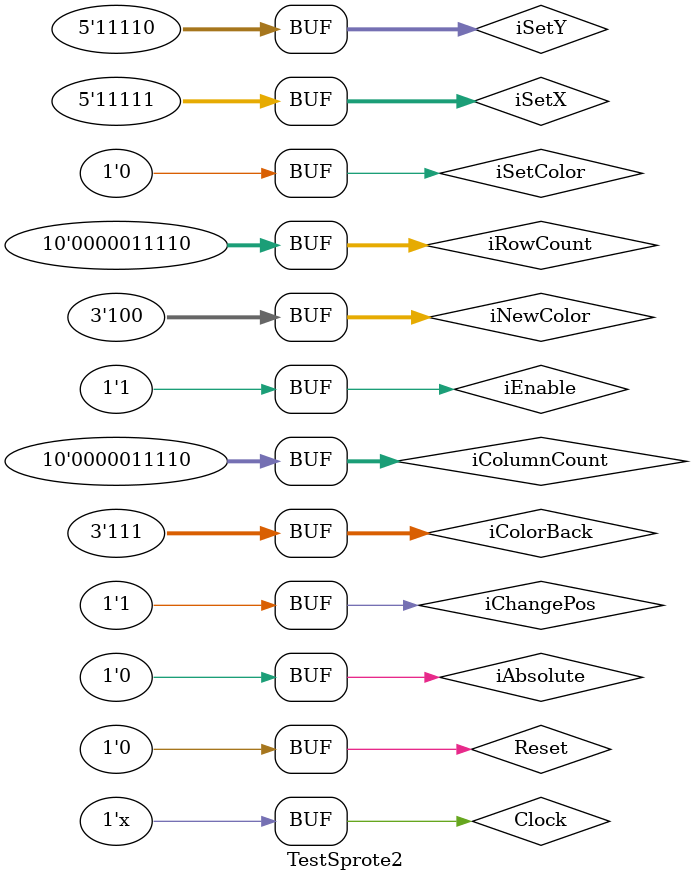
<source format=v>
`timescale 1ns / 1ps


module TestSprote2;

	// Inputs
	reg Clock;
	reg Reset;
	reg [9:0] iColumnCount;
	reg [9:0] iRowCount;
	reg iEnable;
	reg [2:0] iColorBack;
	reg iChangePos;
	reg iAbsolute;
	reg [4:0] iSetX;
	reg [4:0] iSetY;
	reg [2:0] iNewColor;
	reg iSetColor;

	// Outputs
	wire [2:0] oRGB;

	// Instantiate the Unit Under Test (UUT)
	Sprite16x16 uut (
		.Clock(Clock), 
		.Reset(Reset), 
		.iColumnCount(iColumnCount), 
		.iRowCount(iRowCount), 
		.iEnable(iEnable), 
		.iColorBack(iColorBack), 
		.iChangePos(iChangePos), 
		.iAbsolute(iAbsolute), 
		.iSetX(iSetX), 
		.iSetY(iSetY), 
		.iNewColor(iNewColor), 
		.iSetColor(iSetColor), 
		.oRGB(oRGB)
	);

	initial begin
		// Initialize Inputs
		Clock = 0;
		Reset = 1;
		iColumnCount = 0;
		iRowCount = 0;
		iEnable = 1;
		iColorBack = 3'b111;
		iChangePos = 0;
		iAbsolute = 0;
		iSetX = 0;
		iSetY = 0;
		iNewColor = 0;
		iSetColor = 0;

		// Wait 100 ns for global reset to finish
		#100;
        
		// Add stimulus here
		Reset = 0;
		iColumnCount = 30;
		iRowCount = 30;
		#100;
		
		iSetColor = 1;
		iNewColor = 3'b001;
		#20;
		
		iSetColor = 0;
		iNewColor = 3'b100;
		#20;
		
		iSetX = 5'h2;
		iSetY = 5'h3;
		#20;
		
		iChangePos = 1;
		#80;
		
		iAbsolute = 1;
		#40;
		
		iChangePos = 0;
		iAbsolute = 0;
		iSetX = 5'h0;
		iSetY = 5'h0;
		#40;

		iChangePos = 1;
		iSetX = 5'b11111;
		iSetY = 5'b11110;
		#100;
		
		#40;
		
		#20;
		

	end 
	
	always
	begin
		Clock = ~Clock;
		#10;
	end
      
endmodule



</source>
